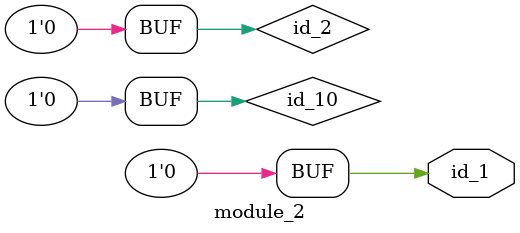
<source format=v>
module module_0;
  wire id_1, id_2 = 1;
  module_2 modCall_1 (id_2);
endmodule
module module_1 (
    id_1,
    id_2,
    id_3,
    id_4,
    id_5,
    id_6,
    id_7,
    id_8
);
  inout wire id_8;
  inout wire id_7;
  inout wire id_6;
  output wire id_5;
  output wire id_4;
  output wire id_3;
  input wire id_2;
  output wire id_1;
  assign id_8 = id_6;
  module_0 modCall_1 ();
  assign modCall_1.type_3 = 0;
endmodule
module module_2 (
    id_1
);
  output wire id_1;
  assign id_1 = 'b0;
  assign id_1 = 1;
  assign id_1 = {id_2};
  wire id_3, id_5, id_7, id_8, id_9;
  tri id_10 = id_2;
  wire id_11, id_12, id_13;
  wire id_14;
  wire id_15;
  wire id_16, id_17, id_18;
endmodule

</source>
